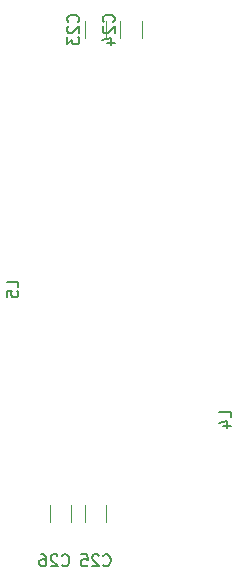
<source format=gbr>
%TF.GenerationSoftware,KiCad,Pcbnew,5.1.9-73d0e3b20d~88~ubuntu20.04.1*%
%TF.CreationDate,2021-03-11T22:23:18-06:00*%
%TF.ProjectId,pfc,7066632e-6b69-4636-9164-5f7063625858,rev?*%
%TF.SameCoordinates,Original*%
%TF.FileFunction,Legend,Bot*%
%TF.FilePolarity,Positive*%
%FSLAX46Y46*%
G04 Gerber Fmt 4.6, Leading zero omitted, Abs format (unit mm)*
G04 Created by KiCad (PCBNEW 5.1.9-73d0e3b20d~88~ubuntu20.04.1) date 2021-03-11 22:23:18*
%MOMM*%
%LPD*%
G01*
G04 APERTURE LIST*
%ADD10C,0.120000*%
%ADD11C,0.150000*%
G04 APERTURE END LIST*
D10*
%TO.C,C26*%
X107910000Y-116961252D02*
X107910000Y-115538748D01*
X106090000Y-116961252D02*
X106090000Y-115538748D01*
%TO.C,C25*%
X110910000Y-116961252D02*
X110910000Y-115538748D01*
X109090000Y-116961252D02*
X109090000Y-115538748D01*
%TO.C,C24*%
X112090000Y-74538748D02*
X112090000Y-75961252D01*
X113910000Y-74538748D02*
X113910000Y-75961252D01*
%TO.C,C23*%
X109090000Y-74538748D02*
X109090000Y-75961252D01*
X110910000Y-74538748D02*
X110910000Y-75961252D01*
%TO.C,L5*%
D11*
X103452380Y-97083333D02*
X103452380Y-96607142D01*
X102452380Y-96607142D01*
X102452380Y-97892857D02*
X102452380Y-97416666D01*
X102928571Y-97369047D01*
X102880952Y-97416666D01*
X102833333Y-97511904D01*
X102833333Y-97750000D01*
X102880952Y-97845238D01*
X102928571Y-97892857D01*
X103023809Y-97940476D01*
X103261904Y-97940476D01*
X103357142Y-97892857D01*
X103404761Y-97845238D01*
X103452380Y-97750000D01*
X103452380Y-97511904D01*
X103404761Y-97416666D01*
X103357142Y-97369047D01*
%TO.C,L4*%
X121452380Y-108083333D02*
X121452380Y-107607142D01*
X120452380Y-107607142D01*
X120785714Y-108845238D02*
X121452380Y-108845238D01*
X120404761Y-108607142D02*
X121119047Y-108369047D01*
X121119047Y-108988095D01*
%TO.C,C26*%
X107142857Y-120607142D02*
X107190476Y-120654761D01*
X107333333Y-120702380D01*
X107428571Y-120702380D01*
X107571428Y-120654761D01*
X107666666Y-120559523D01*
X107714285Y-120464285D01*
X107761904Y-120273809D01*
X107761904Y-120130952D01*
X107714285Y-119940476D01*
X107666666Y-119845238D01*
X107571428Y-119750000D01*
X107428571Y-119702380D01*
X107333333Y-119702380D01*
X107190476Y-119750000D01*
X107142857Y-119797619D01*
X106761904Y-119797619D02*
X106714285Y-119750000D01*
X106619047Y-119702380D01*
X106380952Y-119702380D01*
X106285714Y-119750000D01*
X106238095Y-119797619D01*
X106190476Y-119892857D01*
X106190476Y-119988095D01*
X106238095Y-120130952D01*
X106809523Y-120702380D01*
X106190476Y-120702380D01*
X105333333Y-119702380D02*
X105523809Y-119702380D01*
X105619047Y-119750000D01*
X105666666Y-119797619D01*
X105761904Y-119940476D01*
X105809523Y-120130952D01*
X105809523Y-120511904D01*
X105761904Y-120607142D01*
X105714285Y-120654761D01*
X105619047Y-120702380D01*
X105428571Y-120702380D01*
X105333333Y-120654761D01*
X105285714Y-120607142D01*
X105238095Y-120511904D01*
X105238095Y-120273809D01*
X105285714Y-120178571D01*
X105333333Y-120130952D01*
X105428571Y-120083333D01*
X105619047Y-120083333D01*
X105714285Y-120130952D01*
X105761904Y-120178571D01*
X105809523Y-120273809D01*
%TO.C,C25*%
X110642857Y-120607142D02*
X110690476Y-120654761D01*
X110833333Y-120702380D01*
X110928571Y-120702380D01*
X111071428Y-120654761D01*
X111166666Y-120559523D01*
X111214285Y-120464285D01*
X111261904Y-120273809D01*
X111261904Y-120130952D01*
X111214285Y-119940476D01*
X111166666Y-119845238D01*
X111071428Y-119750000D01*
X110928571Y-119702380D01*
X110833333Y-119702380D01*
X110690476Y-119750000D01*
X110642857Y-119797619D01*
X110261904Y-119797619D02*
X110214285Y-119750000D01*
X110119047Y-119702380D01*
X109880952Y-119702380D01*
X109785714Y-119750000D01*
X109738095Y-119797619D01*
X109690476Y-119892857D01*
X109690476Y-119988095D01*
X109738095Y-120130952D01*
X110309523Y-120702380D01*
X109690476Y-120702380D01*
X108785714Y-119702380D02*
X109261904Y-119702380D01*
X109309523Y-120178571D01*
X109261904Y-120130952D01*
X109166666Y-120083333D01*
X108928571Y-120083333D01*
X108833333Y-120130952D01*
X108785714Y-120178571D01*
X108738095Y-120273809D01*
X108738095Y-120511904D01*
X108785714Y-120607142D01*
X108833333Y-120654761D01*
X108928571Y-120702380D01*
X109166666Y-120702380D01*
X109261904Y-120654761D01*
X109309523Y-120607142D01*
%TO.C,C24*%
X111507142Y-74607142D02*
X111554761Y-74559523D01*
X111602380Y-74416666D01*
X111602380Y-74321428D01*
X111554761Y-74178571D01*
X111459523Y-74083333D01*
X111364285Y-74035714D01*
X111173809Y-73988095D01*
X111030952Y-73988095D01*
X110840476Y-74035714D01*
X110745238Y-74083333D01*
X110650000Y-74178571D01*
X110602380Y-74321428D01*
X110602380Y-74416666D01*
X110650000Y-74559523D01*
X110697619Y-74607142D01*
X110697619Y-74988095D02*
X110650000Y-75035714D01*
X110602380Y-75130952D01*
X110602380Y-75369047D01*
X110650000Y-75464285D01*
X110697619Y-75511904D01*
X110792857Y-75559523D01*
X110888095Y-75559523D01*
X111030952Y-75511904D01*
X111602380Y-74940476D01*
X111602380Y-75559523D01*
X110935714Y-76416666D02*
X111602380Y-76416666D01*
X110554761Y-76178571D02*
X111269047Y-75940476D01*
X111269047Y-76559523D01*
%TO.C,C23*%
X108507142Y-74607142D02*
X108554761Y-74559523D01*
X108602380Y-74416666D01*
X108602380Y-74321428D01*
X108554761Y-74178571D01*
X108459523Y-74083333D01*
X108364285Y-74035714D01*
X108173809Y-73988095D01*
X108030952Y-73988095D01*
X107840476Y-74035714D01*
X107745238Y-74083333D01*
X107650000Y-74178571D01*
X107602380Y-74321428D01*
X107602380Y-74416666D01*
X107650000Y-74559523D01*
X107697619Y-74607142D01*
X107697619Y-74988095D02*
X107650000Y-75035714D01*
X107602380Y-75130952D01*
X107602380Y-75369047D01*
X107650000Y-75464285D01*
X107697619Y-75511904D01*
X107792857Y-75559523D01*
X107888095Y-75559523D01*
X108030952Y-75511904D01*
X108602380Y-74940476D01*
X108602380Y-75559523D01*
X107602380Y-75892857D02*
X107602380Y-76511904D01*
X107983333Y-76178571D01*
X107983333Y-76321428D01*
X108030952Y-76416666D01*
X108078571Y-76464285D01*
X108173809Y-76511904D01*
X108411904Y-76511904D01*
X108507142Y-76464285D01*
X108554761Y-76416666D01*
X108602380Y-76321428D01*
X108602380Y-76035714D01*
X108554761Y-75940476D01*
X108507142Y-75892857D01*
%TD*%
M02*

</source>
